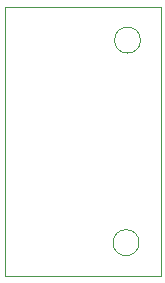
<source format=gm1>
%TF.GenerationSoftware,KiCad,Pcbnew,7.0.2*%
%TF.CreationDate,2025-03-07T15:43:59-05:00*%
%TF.ProjectId,2BMA400,32424d41-3430-4302-9e6b-696361645f70,rev?*%
%TF.SameCoordinates,Original*%
%TF.FileFunction,Profile,NP*%
%FSLAX46Y46*%
G04 Gerber Fmt 4.6, Leading zero omitted, Abs format (unit mm)*
G04 Created by KiCad (PCBNEW 7.0.2) date 2025-03-07 15:43:59*
%MOMM*%
%LPD*%
G01*
G04 APERTURE LIST*
%TA.AperFunction,Profile*%
%ADD10C,0.100000*%
%TD*%
G04 APERTURE END LIST*
D10*
X73660000Y-79375000D02*
X73660000Y-102108000D01*
X60452000Y-79375000D02*
X73660000Y-79375000D01*
X73660000Y-102108000D02*
X60452000Y-102108000D01*
X60452000Y-102108000D02*
X60452000Y-79375000D01*
X71966000Y-82169000D02*
G75*
G03*
X71966000Y-82169000I-1100000J0D01*
G01*
X71839000Y-99314000D02*
G75*
G03*
X71839000Y-99314000I-1100000J0D01*
G01*
M02*

</source>
